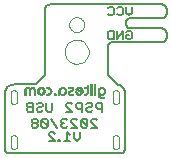
<source format=gbo>
G75*
G70*
%OFA0B0*%
%FSLAX24Y24*%
%IPPOS*%
%LPD*%
%AMOC8*
5,1,8,0,0,1.08239X$1,22.5*
%
%ADD10C,0.0060*%
%ADD11C,0.0050*%
%ADD12C,0.0000*%
%ADD13C,0.0004*%
%ADD14C,0.0020*%
%ADD15C,0.0040*%
D10*
X008163Y003177D02*
X008213Y003127D01*
X008363Y003127D01*
X008363Y003427D01*
X008213Y003427D01*
X008163Y003377D01*
X008163Y003327D01*
X008213Y003277D01*
X008363Y003277D01*
X008495Y003227D02*
X008495Y003177D01*
X008545Y003127D01*
X008645Y003127D01*
X008695Y003177D01*
X008645Y003277D02*
X008545Y003277D01*
X008495Y003227D01*
X008495Y003377D02*
X008545Y003427D01*
X008645Y003427D01*
X008695Y003377D01*
X008695Y003327D01*
X008645Y003277D01*
X008826Y003177D02*
X008826Y003427D01*
X009026Y003427D02*
X009026Y003177D01*
X008976Y003127D01*
X008876Y003127D01*
X008826Y003177D01*
X008811Y002887D02*
X008710Y002887D01*
X008660Y002837D01*
X008861Y002637D01*
X008811Y002587D01*
X008710Y002587D01*
X008660Y002637D01*
X008660Y002837D01*
X008529Y002837D02*
X008479Y002887D01*
X008379Y002887D01*
X008329Y002837D01*
X008329Y002787D01*
X008379Y002737D01*
X008479Y002737D01*
X008529Y002787D01*
X008529Y002837D01*
X008479Y002737D02*
X008529Y002687D01*
X008529Y002637D01*
X008479Y002587D01*
X008379Y002587D01*
X008329Y002637D01*
X008329Y002687D01*
X008379Y002737D01*
X008811Y002887D02*
X008861Y002837D01*
X008861Y002637D01*
X008959Y002437D02*
X009059Y002437D01*
X009109Y002387D01*
X008959Y002437D02*
X008909Y002387D01*
X008909Y002337D01*
X009109Y002137D01*
X008909Y002137D01*
X009225Y002137D02*
X009275Y002137D01*
X009275Y002187D01*
X009225Y002187D01*
X009225Y002137D01*
X009406Y002137D02*
X009606Y002137D01*
X009506Y002137D02*
X009506Y002437D01*
X009606Y002337D01*
X009738Y002237D02*
X009838Y002137D01*
X009938Y002237D01*
X009938Y002437D01*
X009855Y002587D02*
X009655Y002787D01*
X009655Y002837D01*
X009705Y002887D01*
X009805Y002887D01*
X009855Y002837D01*
X009986Y002837D02*
X010187Y002637D01*
X010136Y002587D01*
X010036Y002587D01*
X009986Y002637D01*
X009986Y002837D01*
X010036Y002887D01*
X010136Y002887D01*
X010187Y002837D01*
X010187Y002637D01*
X010318Y002587D02*
X010518Y002587D01*
X010318Y002787D01*
X010318Y002837D01*
X010368Y002887D01*
X010468Y002887D01*
X010518Y002837D01*
X010684Y003127D02*
X010684Y003427D01*
X010534Y003427D01*
X010484Y003377D01*
X010484Y003277D01*
X010534Y003227D01*
X010684Y003227D01*
X010352Y003177D02*
X010302Y003127D01*
X010202Y003127D01*
X010152Y003177D01*
X010152Y003227D01*
X010202Y003277D01*
X010302Y003277D01*
X010352Y003327D01*
X010352Y003377D01*
X010302Y003427D01*
X010202Y003427D01*
X010152Y003377D01*
X010021Y003427D02*
X010021Y003127D01*
X010021Y003227D02*
X009871Y003227D01*
X009821Y003277D01*
X009821Y003377D01*
X009871Y003427D01*
X010021Y003427D01*
X009689Y003377D02*
X009639Y003427D01*
X009539Y003427D01*
X009489Y003377D01*
X009489Y003327D01*
X009689Y003127D01*
X009489Y003127D01*
X009473Y002887D02*
X009373Y002887D01*
X009323Y002837D01*
X009323Y002787D01*
X009373Y002737D01*
X009323Y002687D01*
X009323Y002637D01*
X009373Y002587D01*
X009473Y002587D01*
X009524Y002637D01*
X009655Y002587D02*
X009855Y002587D01*
X009738Y002437D02*
X009738Y002237D01*
X009423Y002737D02*
X009373Y002737D01*
X009473Y002887D02*
X009524Y002837D01*
X009192Y002587D02*
X008992Y002887D01*
X008213Y003277D02*
X008163Y003227D01*
X008163Y003177D01*
D11*
X007438Y003737D02*
X007438Y001887D01*
X007440Y001864D01*
X007445Y001841D01*
X007454Y001819D01*
X007467Y001799D01*
X007482Y001781D01*
X007500Y001766D01*
X007520Y001753D01*
X007542Y001744D01*
X007565Y001739D01*
X007588Y001737D01*
X011288Y001737D01*
X011311Y001739D01*
X011334Y001744D01*
X011356Y001753D01*
X011376Y001766D01*
X011394Y001781D01*
X011409Y001799D01*
X011422Y001819D01*
X011431Y001841D01*
X011436Y001864D01*
X011438Y001887D01*
X011438Y003737D01*
X011439Y003768D01*
X011436Y003800D01*
X011430Y003830D01*
X011420Y003860D01*
X011407Y003888D01*
X011391Y003915D01*
X011372Y003940D01*
X011351Y003963D01*
X011326Y003983D01*
X011300Y004000D01*
X011272Y004014D01*
X011243Y004025D01*
X011213Y004033D01*
X011182Y004037D01*
X011181Y004037D02*
X010881Y004337D01*
X010881Y005304D01*
X010883Y005327D01*
X010888Y005350D01*
X010897Y005372D01*
X010910Y005392D01*
X010925Y005410D01*
X010943Y005425D01*
X010963Y005438D01*
X010985Y005447D01*
X011008Y005452D01*
X011031Y005454D01*
X012681Y005454D01*
X012704Y005456D01*
X012727Y005461D01*
X012749Y005470D01*
X012769Y005483D01*
X012787Y005498D01*
X012802Y005516D01*
X012815Y005536D01*
X012824Y005558D01*
X012829Y005581D01*
X012831Y005604D01*
X012831Y005754D01*
X012829Y005777D01*
X012824Y005800D01*
X012815Y005822D01*
X012802Y005842D01*
X012787Y005860D01*
X012769Y005875D01*
X012749Y005888D01*
X012727Y005897D01*
X012704Y005902D01*
X012681Y005904D01*
X011631Y005904D01*
X011624Y005817D02*
X011530Y005817D01*
X011484Y005771D01*
X011484Y005677D02*
X011577Y005677D01*
X011484Y005677D02*
X011484Y005584D01*
X011530Y005537D01*
X011624Y005537D01*
X011671Y005584D01*
X011671Y005771D01*
X011624Y005817D01*
X011631Y005904D02*
X011608Y005906D01*
X011585Y005911D01*
X011563Y005920D01*
X011543Y005933D01*
X011525Y005948D01*
X011510Y005966D01*
X011497Y005986D01*
X011488Y006008D01*
X011483Y006031D01*
X011481Y006054D01*
X011481Y006104D01*
X011483Y006127D01*
X011488Y006150D01*
X011497Y006172D01*
X011510Y006192D01*
X011525Y006210D01*
X011543Y006225D01*
X011563Y006238D01*
X011585Y006247D01*
X011608Y006252D01*
X011631Y006254D01*
X012681Y006254D01*
X012704Y006256D01*
X012727Y006261D01*
X012749Y006270D01*
X012769Y006283D01*
X012787Y006298D01*
X012802Y006316D01*
X012815Y006336D01*
X012824Y006358D01*
X012829Y006381D01*
X012831Y006404D01*
X012831Y006554D01*
X012829Y006577D01*
X012824Y006600D01*
X012815Y006622D01*
X012802Y006642D01*
X012787Y006660D01*
X012769Y006675D01*
X012749Y006688D01*
X012727Y006697D01*
X012704Y006702D01*
X012681Y006704D01*
X008931Y006704D01*
X008908Y006702D01*
X008885Y006697D01*
X008863Y006688D01*
X008843Y006675D01*
X008825Y006660D01*
X008810Y006642D01*
X008797Y006622D01*
X008788Y006600D01*
X008783Y006577D01*
X008781Y006554D01*
X008781Y004337D01*
X008481Y004037D01*
X007738Y004037D01*
X007704Y004035D01*
X007671Y004029D01*
X007639Y004020D01*
X007608Y004007D01*
X007578Y003991D01*
X007551Y003972D01*
X007526Y003949D01*
X007503Y003924D01*
X007484Y003897D01*
X007468Y003867D01*
X007455Y003836D01*
X007446Y003804D01*
X007440Y003771D01*
X007438Y003737D01*
X008538Y003795D02*
X008543Y003867D01*
X008585Y003917D01*
X008608Y003932D01*
X008670Y003932D01*
X008723Y003897D01*
X008745Y003852D01*
X008745Y003792D01*
X008725Y003755D01*
X008703Y003727D01*
X008670Y003712D01*
X008635Y003705D02*
X008570Y003732D01*
X008538Y003795D01*
X010876Y005584D02*
X010876Y005771D01*
X010923Y005817D01*
X011063Y005817D01*
X011063Y005537D01*
X010923Y005537D01*
X010876Y005584D01*
X011180Y005537D02*
X011180Y005817D01*
X011367Y005817D02*
X011180Y005537D01*
X011367Y005537D02*
X011367Y005817D01*
X011320Y006337D02*
X011227Y006337D01*
X011180Y006384D01*
X011063Y006384D02*
X011016Y006337D01*
X010923Y006337D01*
X010876Y006384D01*
X010876Y006571D02*
X010923Y006617D01*
X011016Y006617D01*
X011063Y006571D01*
X011063Y006384D01*
X011180Y006571D02*
X011227Y006617D01*
X011320Y006617D01*
X011367Y006571D01*
X011367Y006384D01*
X011320Y006337D01*
X011484Y006430D02*
X011484Y006617D01*
X011484Y006430D02*
X011577Y006337D01*
X011671Y006430D01*
X011671Y006617D01*
D12*
X009581Y006031D02*
X009583Y006062D01*
X009589Y006093D01*
X009599Y006123D01*
X009612Y006151D01*
X009629Y006178D01*
X009649Y006202D01*
X009672Y006224D01*
X009697Y006242D01*
X009725Y006257D01*
X009754Y006269D01*
X009784Y006277D01*
X009815Y006281D01*
X009847Y006281D01*
X009878Y006277D01*
X009908Y006269D01*
X009937Y006257D01*
X009965Y006242D01*
X009990Y006224D01*
X010013Y006202D01*
X010033Y006178D01*
X010050Y006151D01*
X010063Y006123D01*
X010073Y006093D01*
X010079Y006062D01*
X010081Y006031D01*
X010079Y006000D01*
X010073Y005969D01*
X010063Y005939D01*
X010050Y005911D01*
X010033Y005884D01*
X010013Y005860D01*
X009990Y005838D01*
X009965Y005820D01*
X009937Y005805D01*
X009908Y005793D01*
X009878Y005785D01*
X009847Y005781D01*
X009815Y005781D01*
X009784Y005785D01*
X009754Y005793D01*
X009725Y005805D01*
X009697Y005820D01*
X009672Y005838D01*
X009649Y005860D01*
X009629Y005884D01*
X009612Y005911D01*
X009599Y005939D01*
X009589Y005969D01*
X009583Y006000D01*
X009581Y006031D01*
X009431Y005127D02*
X009433Y005167D01*
X009439Y005206D01*
X009449Y005245D01*
X009462Y005282D01*
X009480Y005318D01*
X009501Y005352D01*
X009525Y005384D01*
X009552Y005413D01*
X009582Y005440D01*
X009614Y005463D01*
X009649Y005483D01*
X009685Y005499D01*
X009723Y005512D01*
X009762Y005521D01*
X009801Y005526D01*
X009841Y005527D01*
X009881Y005524D01*
X009920Y005517D01*
X009958Y005506D01*
X009996Y005492D01*
X010031Y005473D01*
X010064Y005452D01*
X010096Y005427D01*
X010124Y005399D01*
X010150Y005369D01*
X010172Y005336D01*
X010191Y005301D01*
X010207Y005264D01*
X010219Y005226D01*
X010227Y005187D01*
X010231Y005147D01*
X010231Y005107D01*
X010227Y005067D01*
X010219Y005028D01*
X010207Y004990D01*
X010191Y004953D01*
X010172Y004918D01*
X010150Y004885D01*
X010124Y004855D01*
X010096Y004827D01*
X010064Y004802D01*
X010031Y004781D01*
X009996Y004762D01*
X009958Y004748D01*
X009920Y004737D01*
X009881Y004730D01*
X009841Y004727D01*
X009801Y004728D01*
X009762Y004733D01*
X009723Y004742D01*
X009685Y004755D01*
X009649Y004771D01*
X009614Y004791D01*
X009582Y004814D01*
X009552Y004841D01*
X009525Y004870D01*
X009501Y004902D01*
X009480Y004936D01*
X009462Y004972D01*
X009449Y005009D01*
X009439Y005048D01*
X009433Y005087D01*
X009431Y005127D01*
D13*
X011030Y003733D02*
X011030Y003489D01*
X011031Y003489D02*
X011033Y003469D01*
X011038Y003450D01*
X011047Y003432D01*
X011059Y003416D01*
X011074Y003403D01*
X011091Y003392D01*
X011109Y003385D01*
X011129Y003381D01*
X011149Y003381D01*
X011169Y003385D01*
X011187Y003392D01*
X011204Y003403D01*
X011219Y003416D01*
X011231Y003432D01*
X011240Y003450D01*
X011245Y003469D01*
X011247Y003489D01*
X011247Y003733D01*
X011245Y003753D01*
X011240Y003772D01*
X011231Y003790D01*
X011219Y003806D01*
X011204Y003819D01*
X011187Y003830D01*
X011169Y003837D01*
X011149Y003841D01*
X011129Y003841D01*
X011109Y003837D01*
X011091Y003830D01*
X011074Y003819D01*
X011059Y003806D01*
X011047Y003790D01*
X011038Y003772D01*
X011033Y003753D01*
X011031Y003733D01*
X011030Y002237D02*
X011030Y001993D01*
X011031Y001993D02*
X011033Y001973D01*
X011038Y001954D01*
X011047Y001936D01*
X011059Y001920D01*
X011074Y001907D01*
X011091Y001896D01*
X011109Y001889D01*
X011129Y001885D01*
X011149Y001885D01*
X011169Y001889D01*
X011187Y001896D01*
X011204Y001907D01*
X011219Y001920D01*
X011231Y001936D01*
X011240Y001954D01*
X011245Y001973D01*
X011247Y001993D01*
X011247Y002237D01*
X011245Y002257D01*
X011240Y002276D01*
X011231Y002294D01*
X011219Y002310D01*
X011204Y002323D01*
X011187Y002334D01*
X011169Y002341D01*
X011149Y002345D01*
X011129Y002345D01*
X011109Y002341D01*
X011091Y002334D01*
X011074Y002323D01*
X011059Y002310D01*
X011047Y002294D01*
X011038Y002276D01*
X011033Y002257D01*
X011031Y002237D01*
X007845Y002237D02*
X007845Y001993D01*
X007843Y001973D01*
X007838Y001954D01*
X007829Y001936D01*
X007817Y001920D01*
X007802Y001907D01*
X007785Y001896D01*
X007767Y001889D01*
X007747Y001885D01*
X007727Y001885D01*
X007707Y001889D01*
X007689Y001896D01*
X007672Y001907D01*
X007657Y001920D01*
X007645Y001936D01*
X007636Y001954D01*
X007631Y001973D01*
X007629Y001993D01*
X007629Y002237D01*
X007631Y002257D01*
X007636Y002276D01*
X007645Y002294D01*
X007657Y002310D01*
X007672Y002323D01*
X007689Y002334D01*
X007707Y002341D01*
X007727Y002345D01*
X007747Y002345D01*
X007767Y002341D01*
X007785Y002334D01*
X007802Y002323D01*
X007817Y002310D01*
X007829Y002294D01*
X007838Y002276D01*
X007843Y002257D01*
X007845Y002237D01*
X007845Y003489D02*
X007845Y003733D01*
X007843Y003753D01*
X007838Y003772D01*
X007829Y003790D01*
X007817Y003806D01*
X007802Y003819D01*
X007785Y003830D01*
X007767Y003837D01*
X007747Y003841D01*
X007727Y003841D01*
X007707Y003837D01*
X007689Y003830D01*
X007672Y003819D01*
X007657Y003806D01*
X007645Y003790D01*
X007636Y003772D01*
X007631Y003753D01*
X007629Y003733D01*
X007629Y003489D01*
X007631Y003469D01*
X007636Y003450D01*
X007645Y003432D01*
X007657Y003416D01*
X007672Y003403D01*
X007689Y003392D01*
X007707Y003385D01*
X007727Y003381D01*
X007747Y003381D01*
X007767Y003385D01*
X007785Y003392D01*
X007802Y003403D01*
X007817Y003416D01*
X007829Y003432D01*
X007838Y003450D01*
X007843Y003469D01*
X007845Y003489D01*
D14*
X008088Y003695D02*
X008133Y003695D01*
X008133Y003867D01*
X008140Y003885D01*
X008150Y003900D01*
X008165Y003905D01*
X008175Y003910D01*
X008215Y003910D01*
X008233Y003895D01*
X008243Y003880D01*
X008245Y003875D01*
X008245Y003695D01*
X008290Y003695D01*
X008290Y003875D01*
X008303Y003892D01*
X008315Y003902D01*
X008335Y003912D01*
X008365Y003912D01*
X008383Y003905D01*
X008393Y003895D01*
X008400Y003882D01*
X008408Y003867D01*
X008408Y003692D01*
X008450Y003692D01*
X008450Y003865D01*
X008440Y003900D01*
X008425Y003925D01*
X008403Y003942D01*
X008370Y003955D01*
X008330Y003955D01*
X008310Y003947D01*
X008285Y003932D01*
X008275Y003922D01*
X008265Y003922D01*
X008253Y003930D01*
X008238Y003942D01*
X008220Y003952D01*
X008208Y003955D01*
X008173Y003955D01*
X008155Y003950D01*
X008135Y003940D01*
X008118Y003925D01*
X008105Y003910D01*
X008095Y003887D01*
X008090Y003872D01*
X008088Y003850D01*
X008088Y003695D01*
X008520Y003767D02*
X008515Y003792D01*
X008515Y003850D01*
X008523Y003877D01*
X008533Y003897D01*
X008570Y003935D01*
X008598Y003950D01*
X008625Y003955D01*
X008668Y003955D01*
X008695Y003945D01*
X008723Y003927D01*
X008745Y003905D01*
X008760Y003882D01*
X008770Y003845D01*
X008770Y003797D01*
X008765Y003780D01*
X008758Y003760D01*
X008748Y003742D01*
X008730Y003725D01*
X008710Y003707D01*
X008690Y003697D01*
X008665Y003690D01*
X008655Y003690D01*
X008653Y003690D02*
X008620Y003690D01*
X008598Y003695D01*
X008573Y003705D01*
X008550Y003725D01*
X008533Y003750D01*
X008520Y003767D01*
X008565Y003785D02*
X008563Y003795D01*
X008563Y003847D01*
X008570Y003867D01*
X008583Y003887D01*
X008598Y003902D01*
X008613Y003910D01*
X008620Y003912D01*
X008660Y003912D01*
X008678Y003907D01*
X008698Y003895D01*
X008708Y003882D01*
X008720Y003862D01*
X008725Y003847D01*
X008725Y003797D01*
X008715Y003775D01*
X008703Y003755D01*
X008685Y003740D01*
X008668Y003730D01*
X008628Y003730D01*
X008635Y003727D02*
X008615Y003732D01*
X008595Y003742D01*
X008583Y003755D01*
X008570Y003772D01*
X008565Y003785D01*
X008823Y003735D02*
X008873Y003735D01*
X008890Y003740D01*
X008913Y003750D01*
X008930Y003767D01*
X008943Y003785D01*
X008948Y003797D01*
X008950Y003802D01*
X008950Y003842D01*
X008940Y003857D01*
X008928Y003880D01*
X008905Y003895D01*
X008890Y003902D01*
X008865Y003907D01*
X008823Y003907D01*
X008823Y003950D01*
X008873Y003950D01*
X008895Y003947D01*
X008918Y003940D01*
X008943Y003925D01*
X008960Y003907D01*
X008973Y003892D01*
X008983Y003872D01*
X008990Y003852D01*
X008995Y003835D01*
X008995Y003805D01*
X008990Y003780D01*
X008978Y003755D01*
X008965Y003740D01*
X008950Y003725D01*
X008930Y003710D01*
X008913Y003702D01*
X008893Y003697D01*
X008865Y003692D01*
X008823Y003692D01*
X008823Y003735D01*
X008838Y003720D02*
X008893Y003725D01*
X008930Y003745D01*
X008960Y003787D01*
X008963Y003852D01*
X008938Y003887D01*
X008893Y003920D01*
X008838Y003922D01*
X008838Y003937D01*
X008893Y003935D01*
X008940Y003907D01*
X008978Y003857D01*
X008978Y003790D01*
X008950Y003742D01*
X008900Y003710D01*
X008833Y003705D01*
X008865Y003692D02*
X008868Y003692D01*
X009073Y003707D02*
X009073Y003725D01*
X009078Y003735D01*
X009090Y003747D01*
X009113Y003747D01*
X009123Y003740D01*
X009130Y003730D01*
X009130Y003710D01*
X009128Y003702D01*
X009118Y003692D01*
X009108Y003690D01*
X009090Y003707D01*
X009088Y003725D01*
X009100Y003735D01*
X009113Y003725D01*
X009110Y003710D01*
X009103Y003717D01*
X009103Y003690D02*
X009093Y003690D01*
X009085Y003692D01*
X009075Y003700D01*
X009073Y003707D01*
X009218Y003695D02*
X009218Y003835D01*
X009223Y003860D01*
X009230Y003880D01*
X009245Y003907D01*
X009265Y003927D01*
X009295Y003945D01*
X009315Y003952D01*
X009330Y003955D01*
X009370Y003955D01*
X009395Y003947D01*
X009418Y003937D01*
X009440Y003917D01*
X009458Y003895D01*
X009468Y003872D01*
X009475Y003847D01*
X009475Y003797D01*
X009463Y003760D01*
X009443Y003730D01*
X009425Y003712D01*
X009403Y003702D01*
X009373Y003690D01*
X009330Y003690D01*
X009283Y003705D01*
X009278Y003707D01*
X009270Y003707D01*
X009260Y003695D01*
X009253Y003695D01*
X009248Y003695D02*
X009218Y003695D01*
X009230Y003702D02*
X009235Y003840D01*
X009258Y003900D01*
X009288Y003922D01*
X009333Y003937D01*
X009378Y003937D01*
X009418Y003920D01*
X009453Y003872D01*
X009460Y003840D01*
X009458Y003787D01*
X009418Y003725D01*
X009370Y003702D01*
X009328Y003707D01*
X009285Y003725D01*
X009265Y003717D01*
X009250Y003707D01*
X009250Y003717D01*
X009280Y003735D01*
X009245Y003725D01*
X009255Y003747D01*
X009245Y003747D01*
X009253Y003847D01*
X009280Y003905D01*
X009338Y003925D01*
X009395Y003917D01*
X009435Y003880D01*
X009445Y003805D01*
X009430Y003762D01*
X009400Y003727D01*
X009328Y003712D01*
X009323Y003727D02*
X009303Y003735D01*
X009285Y003747D01*
X009283Y003750D01*
X009275Y003742D01*
X009268Y003747D02*
X009265Y003750D01*
X009263Y003755D01*
X009265Y003850D01*
X009270Y003862D01*
X009280Y003882D01*
X009298Y003900D01*
X009318Y003910D01*
X009325Y003912D01*
X009368Y003912D01*
X009390Y003905D01*
X009408Y003892D01*
X009420Y003875D01*
X009430Y003857D01*
X009430Y003787D01*
X009420Y003772D01*
X009403Y003747D01*
X009383Y003732D01*
X009365Y003727D01*
X009323Y003727D01*
X009533Y003737D02*
X009533Y003780D01*
X009540Y003800D01*
X009558Y003815D01*
X009665Y003862D01*
X009675Y003872D01*
X009678Y003877D01*
X009678Y003895D01*
X009673Y003905D01*
X009670Y003907D01*
X009663Y003910D01*
X009545Y003910D01*
X009545Y003950D01*
X009658Y003950D01*
X009680Y003945D01*
X009695Y003937D01*
X009710Y003922D01*
X009720Y003907D01*
X009723Y003890D01*
X009723Y003875D01*
X009715Y003857D01*
X009703Y003840D01*
X009665Y003815D01*
X009588Y003782D01*
X009578Y003770D01*
X009573Y003757D01*
X009583Y003745D01*
X009595Y003735D01*
X009723Y003735D01*
X009723Y003695D01*
X009608Y003695D01*
X009568Y003702D01*
X009548Y003715D01*
X009533Y003737D01*
X009548Y003740D02*
X009555Y003790D01*
X009578Y003812D01*
X009683Y003857D01*
X009695Y003877D01*
X009685Y003907D01*
X009670Y003922D01*
X009560Y003925D01*
X009558Y003935D01*
X009670Y003932D01*
X009700Y003917D01*
X009705Y003870D01*
X009680Y003840D01*
X009575Y003792D01*
X009565Y003762D01*
X009560Y003742D01*
X009585Y003725D01*
X009595Y003720D02*
X009710Y003720D01*
X009715Y003717D01*
X009688Y003715D01*
X009713Y003707D02*
X009585Y003710D01*
X009595Y003720D01*
X009578Y003710D02*
X009548Y003740D01*
X009720Y003697D02*
X009723Y003695D01*
X009800Y003740D02*
X009818Y003720D01*
X009835Y003707D01*
X009855Y003697D01*
X009878Y003690D01*
X009928Y003690D01*
X009948Y003695D01*
X009973Y003705D01*
X009993Y003720D01*
X010010Y003740D01*
X010028Y003770D01*
X010035Y003795D01*
X010038Y003820D01*
X010033Y003850D01*
X010025Y003877D01*
X010000Y003915D01*
X009975Y003935D01*
X009948Y003950D01*
X009930Y003955D01*
X009883Y003955D01*
X009855Y003947D01*
X009833Y003935D01*
X009815Y003920D01*
X009798Y003900D01*
X009783Y003877D01*
X009953Y003782D01*
X009950Y003782D02*
X009970Y003812D01*
X009855Y003880D01*
X009858Y003892D01*
X009865Y003905D01*
X009878Y003912D01*
X009930Y003912D01*
X009953Y003900D01*
X009973Y003880D01*
X009980Y003867D01*
X009988Y003857D01*
X009990Y003827D01*
X009990Y003805D01*
X009980Y003780D01*
X009968Y003755D01*
X009948Y003742D01*
X009933Y003735D01*
X009925Y003730D01*
X009885Y003730D01*
X009870Y003737D01*
X009853Y003750D01*
X009838Y003765D01*
X009828Y003782D01*
X009820Y003812D01*
X009775Y003805D01*
X009785Y003772D01*
X009800Y003740D01*
X009818Y003740D02*
X009793Y003797D01*
X009810Y003795D02*
X009825Y003752D01*
X009873Y003722D01*
X009888Y003715D01*
X009930Y003715D01*
X009978Y003740D01*
X010005Y003802D01*
X010000Y003862D01*
X009980Y003897D01*
X009938Y003922D01*
X009885Y003925D01*
X009858Y003912D01*
X009845Y003895D01*
X009840Y003877D01*
X009953Y003812D01*
X009950Y003797D01*
X009803Y003882D01*
X009838Y003922D01*
X009825Y003882D01*
X009838Y003905D02*
X009878Y003942D01*
X009895Y003942D01*
X009933Y003942D02*
X009995Y003905D01*
X010013Y003862D01*
X010020Y003795D01*
X009990Y003732D01*
X009930Y003702D01*
X009875Y003702D01*
X009818Y003740D01*
X009845Y003927D02*
X009933Y003940D01*
X010085Y003952D02*
X010165Y003952D01*
X010163Y003960D01*
X010163Y004020D01*
X010210Y004020D01*
X010210Y003772D01*
X010198Y003737D01*
X010183Y003715D01*
X010160Y003702D01*
X010138Y003697D01*
X010118Y003692D01*
X010100Y003705D01*
X010138Y003712D01*
X010170Y003722D01*
X010185Y003750D01*
X010198Y003780D01*
X010198Y004005D01*
X010178Y004007D01*
X010180Y003777D01*
X010158Y003732D01*
X010098Y003715D01*
X010088Y003732D02*
X010123Y003732D01*
X010138Y003740D01*
X010148Y003747D01*
X010155Y003755D01*
X010163Y003770D01*
X010163Y003907D01*
X010155Y003910D01*
X010085Y003910D01*
X010085Y003952D01*
X010098Y003937D02*
X010168Y003937D01*
X010170Y003922D02*
X010098Y003920D01*
X010098Y003937D01*
X010088Y003732D02*
X010088Y003692D01*
X010113Y003692D01*
X010285Y003695D02*
X010330Y003695D01*
X010330Y003697D02*
X010330Y004067D01*
X010285Y004067D01*
X010285Y003695D01*
X010298Y003705D02*
X010298Y004055D01*
X010318Y004055D01*
X010315Y003705D01*
X010413Y003695D02*
X010413Y003950D01*
X010458Y003950D01*
X010458Y003695D01*
X010413Y003695D01*
X010425Y003707D02*
X010430Y003937D01*
X010445Y003937D02*
X010440Y003707D01*
X010425Y003707D01*
X010533Y003682D02*
X010533Y003840D01*
X010538Y003860D01*
X010545Y003882D01*
X010560Y003905D01*
X010580Y003927D01*
X010600Y003940D01*
X010628Y003952D01*
X010643Y003955D01*
X010685Y003955D01*
X010718Y003945D01*
X010740Y003932D01*
X010758Y003915D01*
X010773Y003895D01*
X010783Y003877D01*
X010790Y003845D01*
X010790Y003800D01*
X010785Y003780D01*
X010775Y003755D01*
X010760Y003732D01*
X010738Y003710D01*
X010688Y003690D01*
X010645Y003690D01*
X010598Y003705D01*
X010580Y003710D01*
X010580Y003665D01*
X010595Y003647D01*
X010615Y003630D01*
X010635Y003620D01*
X010655Y003615D01*
X010685Y003615D01*
X010735Y003627D01*
X010745Y003587D01*
X010683Y003570D01*
X010653Y003570D01*
X010618Y003575D01*
X010595Y003587D01*
X010570Y003605D01*
X010550Y003630D01*
X010540Y003655D01*
X010533Y003682D01*
X010550Y003670D02*
X010550Y003850D01*
X010568Y003852D01*
X010565Y003657D01*
X010613Y003607D01*
X010670Y003600D01*
X010725Y003612D01*
X010738Y003602D02*
X010670Y003585D01*
X010610Y003592D01*
X010568Y003632D01*
X010550Y003670D01*
X010580Y003720D02*
X010660Y003697D01*
X010728Y003717D01*
X010760Y003762D01*
X010773Y003795D01*
X010770Y003870D01*
X010728Y003920D01*
X010675Y003940D01*
X010630Y003935D01*
X010588Y003915D01*
X010553Y003860D01*
X010568Y003860D02*
X010593Y003907D01*
X010633Y003920D01*
X010685Y003925D01*
X010720Y003910D01*
X010750Y003875D01*
X010758Y003807D01*
X010743Y003755D01*
X010703Y003720D01*
X010645Y003712D01*
X010580Y003742D01*
X010580Y003720D01*
X010603Y003745D02*
X010635Y003732D01*
X010643Y003730D01*
X010685Y003730D01*
X010708Y003740D01*
X010725Y003760D01*
X010743Y003792D01*
X010745Y003857D01*
X010743Y003855D02*
X010735Y003870D01*
X010723Y003885D01*
X010710Y003897D01*
X010693Y003910D01*
X010675Y003912D01*
X010638Y003912D01*
X010618Y003902D01*
X010598Y003887D01*
X010585Y003867D01*
X010580Y003852D01*
X010580Y003760D01*
X010575Y003762D02*
X010603Y003745D01*
X010445Y003997D02*
X010435Y003997D01*
X010425Y004027D01*
X010435Y004037D01*
X010445Y004030D01*
X010443Y004012D01*
X010455Y004007D02*
X010445Y003997D01*
X010435Y004000D02*
X010428Y003997D01*
X010418Y004002D01*
X010413Y004010D01*
X010408Y004020D01*
X010408Y004027D01*
X010410Y004037D01*
X010420Y004047D01*
X010428Y004052D01*
X010443Y004052D01*
X010453Y004045D01*
X010460Y004032D01*
X010460Y004017D01*
X010455Y004007D01*
D15*
X008430Y003865D02*
X008428Y003715D01*
X008430Y003865D02*
X008395Y003920D01*
X008358Y003935D01*
X008305Y003920D01*
X008273Y003895D01*
X008268Y003707D01*
X008108Y003715D02*
X008110Y003870D01*
X008138Y003915D01*
X008188Y003930D01*
X008225Y003927D01*
X008258Y003900D01*
M02*

</source>
